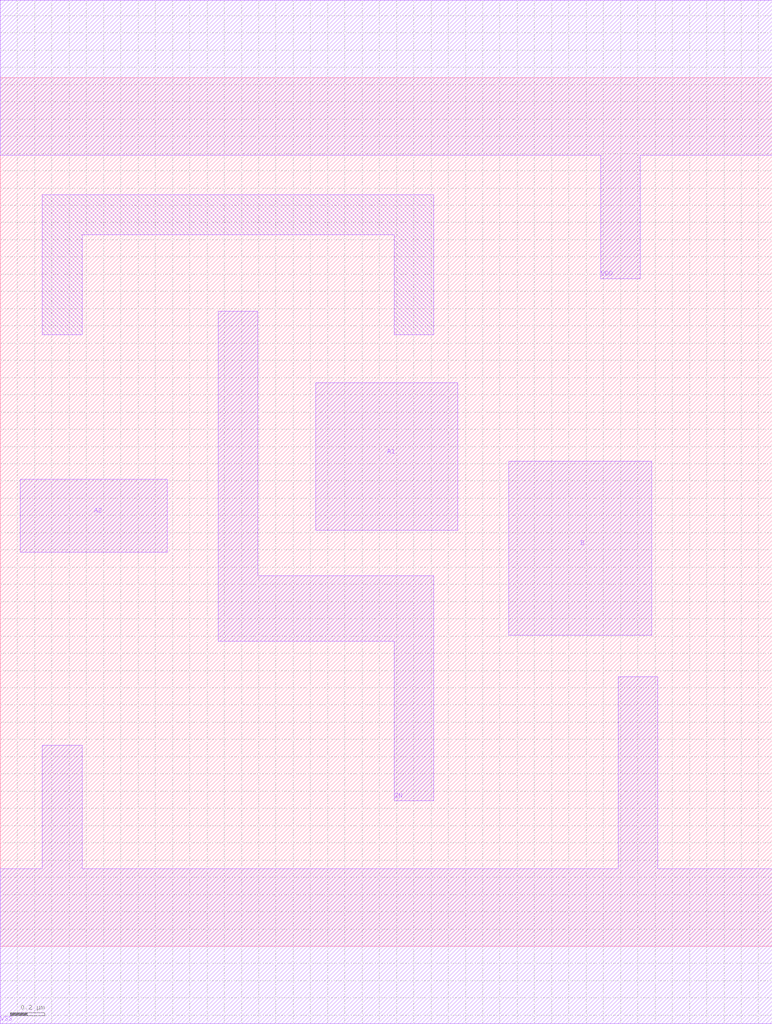
<source format=lef>
# Copyright 2022 GlobalFoundries PDK Authors
#
# Licensed under the Apache License, Version 2.0 (the "License");
# you may not use this file except in compliance with the License.
# You may obtain a copy of the License at
#
#      http://www.apache.org/licenses/LICENSE-2.0
#
# Unless required by applicable law or agreed to in writing, software
# distributed under the License is distributed on an "AS IS" BASIS,
# WITHOUT WARRANTIES OR CONDITIONS OF ANY KIND, either express or implied.
# See the License for the specific language governing permissions and
# limitations under the License.

MACRO gf180mcu_fd_sc_mcu9t5v0__aoi21_1
  CLASS core ;
  FOREIGN gf180mcu_fd_sc_mcu9t5v0__aoi21_1 0.0 0.0 ;
  ORIGIN 0 0 ;
  SYMMETRY X Y ;
  SITE GF018hv5v_green_sc9 ;
  SIZE 4.48 BY 5.04 ;
  PIN A1
    DIRECTION INPUT ;
    ANTENNAGATEAREA 1.707 ;
    PORT
      LAYER METAL1 ;
        POLYGON 1.83 2.415 2.655 2.415 2.655 3.27 1.83 3.27  ;
    END
  END A1
  PIN A2
    DIRECTION INPUT ;
    ANTENNAGATEAREA 1.707 ;
    PORT
      LAYER METAL1 ;
        POLYGON 0.115 2.285 0.97 2.285 0.97 2.71 0.115 2.71  ;
    END
  END A2
  PIN B
    DIRECTION INPUT ;
    ANTENNAGATEAREA 1.467 ;
    PORT
      LAYER METAL1 ;
        POLYGON 2.95 1.805 3.78 1.805 3.78 2.815 2.95 2.815  ;
    END
  END B
  PIN ZN
    DIRECTION OUTPUT ;
    ANTENNADIFFAREA 1.7556 ;
    PORT
      LAYER METAL1 ;
        POLYGON 1.265 1.77 2.285 1.77 2.285 0.845 2.515 0.845 2.515 2.15 1.495 2.15 1.495 3.685 1.265 3.685  ;
    END
  END ZN
  PIN VDD
    DIRECTION INOUT ;
    USE power ;
    SHAPE ABUTMENT ;
    PORT
      LAYER METAL1 ;
        POLYGON 0 4.59 2.515 4.59 3.485 4.59 3.485 3.875 3.715 3.875 3.715 4.59 4.48 4.59 4.48 5.49 2.515 5.49 0 5.49  ;
    END
  END VDD
  PIN VSS
    DIRECTION INOUT ;
    USE ground ;
    SHAPE ABUTMENT ;
    PORT
      LAYER METAL1 ;
        POLYGON 0 -0.45 4.48 -0.45 4.48 0.45 3.815 0.45 3.815 1.565 3.585 1.565 3.585 0.45 0.475 0.45 0.475 1.165 0.245 1.165 0.245 0.45 0 0.45  ;
    END
  END VSS
  OBS
      LAYER METAL1 ;
        POLYGON 0.245 3.55 0.475 3.55 0.475 4.13 2.285 4.13 2.285 3.55 2.515 3.55 2.515 4.36 0.245 4.36  ;
  END
END gf180mcu_fd_sc_mcu9t5v0__aoi21_1

</source>
